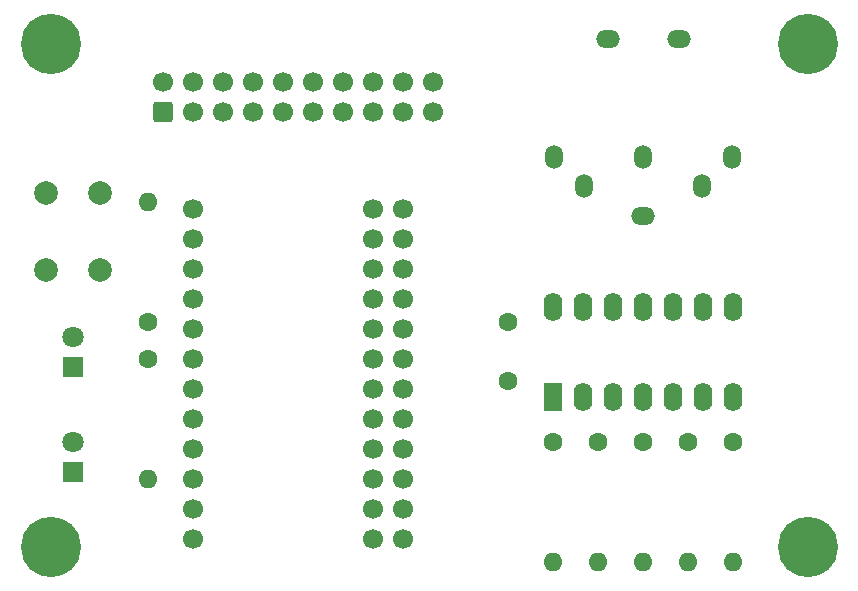
<source format=gts>
G04 #@! TF.GenerationSoftware,KiCad,Pcbnew,(6.0.6)*
G04 #@! TF.CreationDate,2022-08-23T10:22:15+02:00*
G04 #@! TF.ProjectId,C64 XUM1541-II.kicad_pcb_DIN pas 5mm,43363420-5855-44d3-9135-34312d49492e,rev?*
G04 #@! TF.SameCoordinates,Original*
G04 #@! TF.FileFunction,Soldermask,Top*
G04 #@! TF.FilePolarity,Negative*
%FSLAX46Y46*%
G04 Gerber Fmt 4.6, Leading zero omitted, Abs format (unit mm)*
G04 Created by KiCad (PCBNEW (6.0.6)) date 2022-08-23 10:22:15*
%MOMM*%
%LPD*%
G01*
G04 APERTURE LIST*
G04 Aperture macros list*
%AMRoundRect*
0 Rectangle with rounded corners*
0 $1 Rounding radius*
0 $2 $3 $4 $5 $6 $7 $8 $9 X,Y pos of 4 corners*
0 Add a 4 corners polygon primitive as box body*
4,1,4,$2,$3,$4,$5,$6,$7,$8,$9,$2,$3,0*
0 Add four circle primitives for the rounded corners*
1,1,$1+$1,$2,$3*
1,1,$1+$1,$4,$5*
1,1,$1+$1,$6,$7*
1,1,$1+$1,$8,$9*
0 Add four rect primitives between the rounded corners*
20,1,$1+$1,$2,$3,$4,$5,0*
20,1,$1+$1,$4,$5,$6,$7,0*
20,1,$1+$1,$6,$7,$8,$9,0*
20,1,$1+$1,$8,$9,$2,$3,0*%
G04 Aperture macros list end*
%ADD10C,1.600000*%
%ADD11C,5.100000*%
%ADD12O,1.600000X1.600000*%
%ADD13C,2.000000*%
%ADD14R,1.600000X2.400000*%
%ADD15O,1.600000X2.400000*%
%ADD16O,1.524000X2.000000*%
%ADD17O,2.000000X1.524000*%
%ADD18R,1.800000X1.800000*%
%ADD19C,1.800000*%
%ADD20C,1.700000*%
%ADD21RoundRect,0.250000X0.600000X-0.600000X0.600000X0.600000X-0.600000X0.600000X-0.600000X-0.600000X0*%
G04 APERTURE END LIST*
D10*
X141605000Y-81280000D03*
X141605000Y-86280000D03*
D11*
X102870000Y-100330000D03*
X167005000Y-100330000D03*
X102870000Y-57785000D03*
D10*
X111125000Y-81280000D03*
D12*
X111125000Y-71120000D03*
D10*
X156845000Y-91440000D03*
D12*
X156845000Y-101600000D03*
D10*
X145415000Y-91440000D03*
D12*
X145415000Y-101600000D03*
D10*
X153035000Y-91440000D03*
D12*
X153035000Y-101600000D03*
D10*
X149225000Y-91440000D03*
D12*
X149225000Y-101600000D03*
D13*
X102525000Y-70410000D03*
X102525000Y-76910000D03*
X107025000Y-76910000D03*
X107025000Y-70410000D03*
D14*
X145415000Y-87630000D03*
D15*
X147955000Y-87630000D03*
X150495000Y-87630000D03*
X153035000Y-87630000D03*
X155575000Y-87630000D03*
X158115000Y-87630000D03*
X160655000Y-87630000D03*
X160655000Y-80010000D03*
X158115000Y-80010000D03*
X155575000Y-80010000D03*
X153035000Y-80010000D03*
X150495000Y-80010000D03*
X147955000Y-80010000D03*
X145415000Y-80010000D03*
D11*
X167005000Y-57785000D03*
D16*
X145535000Y-67310000D03*
X148035000Y-69810000D03*
X153035000Y-67310000D03*
X158035000Y-69810000D03*
X160535000Y-67310000D03*
D17*
X153035000Y-72310000D03*
X156035000Y-57310000D03*
X150035000Y-57310000D03*
D18*
X104775000Y-85090000D03*
D19*
X104775000Y-82550000D03*
D18*
X104775000Y-93980000D03*
D19*
X104775000Y-91440000D03*
D10*
X160655000Y-91440000D03*
D12*
X160655000Y-101600000D03*
D20*
X130175000Y-99695000D03*
X132715000Y-99695000D03*
X130175000Y-97155000D03*
X132715000Y-97155000D03*
X130175000Y-94615000D03*
X132715000Y-94615000D03*
X132715000Y-92075000D03*
X130175000Y-92075000D03*
X132715000Y-89535000D03*
X130175000Y-89535000D03*
X130175000Y-86995000D03*
X132715000Y-86995000D03*
X132715000Y-84455000D03*
X130175000Y-84455000D03*
X130175000Y-81915000D03*
X132715000Y-81915000D03*
X130175000Y-79375000D03*
X132715000Y-79375000D03*
X132715000Y-76835000D03*
X130175000Y-76835000D03*
X130175000Y-74295000D03*
X132715000Y-74295000D03*
X130175000Y-71755000D03*
X132715000Y-71755000D03*
X114935000Y-71755000D03*
X114935000Y-74295000D03*
X114935000Y-76835000D03*
X114935000Y-79375000D03*
X114935000Y-81915000D03*
X114935000Y-84455000D03*
X114935000Y-86995000D03*
X114935000Y-89535000D03*
X114935000Y-92075000D03*
X114935000Y-94615000D03*
X114935000Y-97155000D03*
X114935000Y-99695000D03*
D10*
X111125000Y-84455000D03*
D12*
X111125000Y-94615000D03*
D21*
X112395000Y-63500000D03*
D20*
X114935000Y-63500000D03*
X117475000Y-63500000D03*
X120015000Y-63500000D03*
X122555000Y-63500000D03*
X125095000Y-63500000D03*
X127635000Y-63500000D03*
X130175000Y-63500000D03*
X132715000Y-63500000D03*
X135255000Y-63500000D03*
X114935000Y-60960000D03*
X122555000Y-60960000D03*
X130175000Y-60960000D03*
X120015000Y-60960000D03*
X135255000Y-60960000D03*
X112395000Y-60960000D03*
X125095000Y-60960000D03*
X132715000Y-60960000D03*
X117475000Y-60960000D03*
X127635000Y-60960000D03*
M02*

</source>
